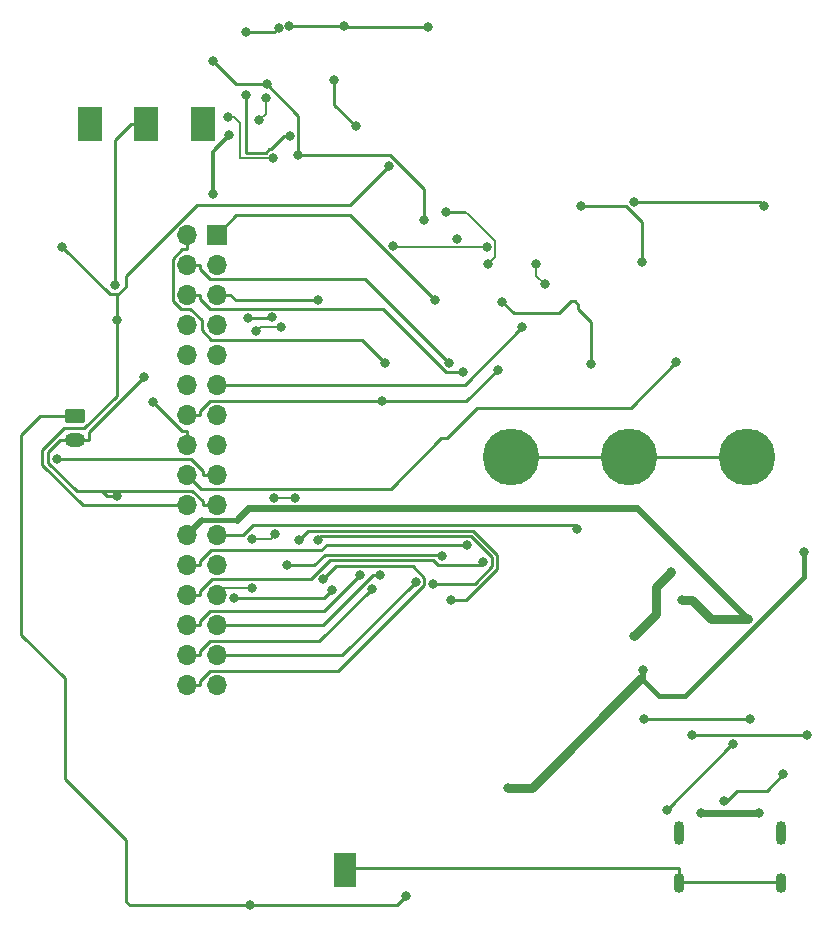
<source format=gbr>
%TF.GenerationSoftware,KiCad,Pcbnew,9.0.0*%
%TF.CreationDate,2025-05-16T05:55:15+02:00*%
%TF.ProjectId,EEE3088F Micromouse Design,45454533-3038-4384-9620-4d6963726f6d,rev?*%
%TF.SameCoordinates,Original*%
%TF.FileFunction,Copper,L2,Bot*%
%TF.FilePolarity,Positive*%
%FSLAX46Y46*%
G04 Gerber Fmt 4.6, Leading zero omitted, Abs format (unit mm)*
G04 Created by KiCad (PCBNEW 9.0.0) date 2025-05-16 05:55:15*
%MOMM*%
%LPD*%
G01*
G04 APERTURE LIST*
G04 Aperture macros list*
%AMRoundRect*
0 Rectangle with rounded corners*
0 $1 Rounding radius*
0 $2 $3 $4 $5 $6 $7 $8 $9 X,Y pos of 4 corners*
0 Add a 4 corners polygon primitive as box body*
4,1,4,$2,$3,$4,$5,$6,$7,$8,$9,$2,$3,0*
0 Add four circle primitives for the rounded corners*
1,1,$1+$1,$2,$3*
1,1,$1+$1,$4,$5*
1,1,$1+$1,$6,$7*
1,1,$1+$1,$8,$9*
0 Add four rect primitives between the rounded corners*
20,1,$1+$1,$2,$3,$4,$5,0*
20,1,$1+$1,$4,$5,$6,$7,0*
20,1,$1+$1,$6,$7,$8,$9,0*
20,1,$1+$1,$8,$9,$2,$3,0*%
G04 Aperture macros list end*
%TA.AperFunction,ComponentPad*%
%ADD10RoundRect,0.250000X-0.625000X0.350000X-0.625000X-0.350000X0.625000X-0.350000X0.625000X0.350000X0*%
%TD*%
%TA.AperFunction,ComponentPad*%
%ADD11O,1.750000X1.200000*%
%TD*%
%TA.AperFunction,ComponentPad*%
%ADD12R,2.000000X3.000000*%
%TD*%
%TA.AperFunction,HeatsinkPad*%
%ADD13R,1.900000X2.900000*%
%TD*%
%TA.AperFunction,ComponentPad*%
%ADD14R,1.700000X1.700000*%
%TD*%
%TA.AperFunction,ComponentPad*%
%ADD15O,1.700000X1.700000*%
%TD*%
%TA.AperFunction,ComponentPad*%
%ADD16O,0.900000X2.000000*%
%TD*%
%TA.AperFunction,ComponentPad*%
%ADD17O,0.900000X1.700000*%
%TD*%
%TA.AperFunction,ViaPad*%
%ADD18C,0.800000*%
%TD*%
%TA.AperFunction,ViaPad*%
%ADD19C,4.800000*%
%TD*%
%TA.AperFunction,Conductor*%
%ADD20C,0.250000*%
%TD*%
%TA.AperFunction,Conductor*%
%ADD21C,0.400000*%
%TD*%
%TA.AperFunction,Conductor*%
%ADD22C,0.600000*%
%TD*%
%TA.AperFunction,Conductor*%
%ADD23C,0.760000*%
%TD*%
%TA.AperFunction,Conductor*%
%ADD24C,0.500000*%
%TD*%
%TA.AperFunction,Conductor*%
%ADD25C,0.140000*%
%TD*%
%TA.AperFunction,Conductor*%
%ADD26C,0.180000*%
%TD*%
%TA.AperFunction,Conductor*%
%ADD27C,0.300000*%
%TD*%
G04 APERTURE END LIST*
D10*
%TO.P,J2,1,Pin_1*%
%TO.N,/V_Battery+*%
X64816000Y-105464000D03*
D11*
%TO.P,J2,2,Pin_2*%
%TO.N,GND*%
X64816000Y-107464000D03*
%TD*%
D12*
%TO.P,SW1,1,A*%
%TO.N,/Vcc*%
X66106000Y-80774000D03*
%TO.P,SW1,2,B*%
%TO.N,Net-(SW1-B)*%
X70906000Y-80774000D03*
%TO.P,SW1,3,C*%
%TO.N,unconnected-(SW1-C-Pad3)*%
X75706000Y-80774000D03*
%TD*%
D13*
%TO.P,U15,9,EPAD*%
%TO.N,GND*%
X87706000Y-143874000D03*
%TD*%
D14*
%TO.P,J1,1,Pin_1*%
%TO.N,/Motor2_B_OUT*%
X76836000Y-90144000D03*
D15*
%TO.P,J1,2,Pin_2*%
%TO.N,/Motor2_A_OUT*%
X74296000Y-90144000D03*
%TO.P,J1,3,Pin_3*%
%TO.N,/Motor4_A_OUT*%
X76836000Y-92684000D03*
%TO.P,J1,4,Pin_4*%
%TO.N,/MOTOR2_CTRL1*%
X74296000Y-92684000D03*
%TO.P,J1,5,Pin_5*%
%TO.N,/Motor4_B_OUT*%
X76836000Y-95224000D03*
%TO.P,J1,6,Pin_6*%
%TO.N,/MOTOR2_CTRL2*%
X74296000Y-95224000D03*
%TO.P,J1,7,Pin_7*%
%TO.N,/CTRL_EXT_LOAD2*%
X76836000Y-97764000D03*
%TO.P,J1,8,Pin_8*%
%TO.N,/MOTOR4_CTRL1*%
X74296000Y-97764000D03*
%TO.P,J1,9,Pin_9*%
%TO.N,unconnected-(J1-Pin_9-Pad9)*%
X76836000Y-100304000D03*
%TO.P,J1,10,Pin_10*%
%TO.N,/MOTOR4_CTRL2*%
X74296000Y-100304000D03*
%TO.P,J1,11,Pin_11*%
%TO.N,/EXT_LOAD2_OUT*%
X76836000Y-102844000D03*
%TO.P,J1,12,Pin_12*%
%TO.N,unconnected-(J1-Pin_12-Pad12)*%
X74296000Y-102844000D03*
%TO.P,J1,13,Pin_13*%
%TO.N,/FAST_CHARGE_CTRL*%
X76836000Y-105384000D03*
%TO.P,J1,14,Pin_14*%
%TO.N,/V_Battery+*%
X74296000Y-105384000D03*
%TO.P,J1,15,Pin_15*%
%TO.N,unconnected-(J1-Pin_15-Pad15)*%
X76836000Y-107924000D03*
%TO.P,J1,16,Pin_16*%
%TO.N,/SCLK_INA219*%
X74296000Y-107924000D03*
%TO.P,J1,17,Pin_17*%
%TO.N,/SDA_INA219*%
X76836000Y-110464000D03*
%TO.P,J1,18,Pin_18*%
%TO.N,/3.3V Out*%
X74296000Y-110464000D03*
%TO.P,J1,19,Pin_19*%
%TO.N,GND*%
X76836000Y-113004000D03*
%TO.P,J1,20,Pin_20*%
%TO.N,/5V Out*%
X74296000Y-113004000D03*
%TO.P,J1,21,Pin_21*%
%TO.N,/EXT_LOAD1_OUT*%
X76836000Y-115544000D03*
%TO.P,J1,22,Pin_22*%
%TO.N,/HV*%
X74296000Y-115544000D03*
%TO.P,J1,23,Pin_23*%
%TO.N,GND*%
X76836000Y-118084000D03*
%TO.P,J1,24,Pin_24*%
%TO.N,/MOTOR3_CTRL1*%
X74296000Y-118084000D03*
%TO.P,J1,25,Pin_25*%
%TO.N,/CTRL_EXT_LOAD1*%
X76836000Y-120624000D03*
%TO.P,J1,26,Pin_26*%
%TO.N,/MOTOR3_CTRL2*%
X74296000Y-120624000D03*
%TO.P,J1,27,Pin_27*%
%TO.N,/MOTOR3_A_OUT*%
X76836000Y-123164000D03*
%TO.P,J1,28,Pin_28*%
%TO.N,/MOTOR1_CTRL1*%
X74296000Y-123164000D03*
%TO.P,J1,29,Pin_29*%
%TO.N,/MOTOR3_B_OUT*%
X76836000Y-125704000D03*
%TO.P,J1,30,Pin_30*%
%TO.N,/MOTOR1_CTRL2*%
X74296000Y-125704000D03*
%TO.P,J1,31,Pin_31*%
%TO.N,/MOTOR1_B_OUT*%
X76836000Y-128244000D03*
%TO.P,J1,32,Pin_32*%
%TO.N,/MOTOR1_A_OUT*%
X74296000Y-128244000D03*
%TD*%
D16*
%TO.P,J3,S1,SHIELD*%
%TO.N,GND*%
X115981000Y-140804000D03*
%TO.P,J3,S2,SHIELD*%
X124631000Y-140804000D03*
D17*
%TO.P,J3,S3,SHIELD*%
X115981000Y-144974000D03*
%TO.P,J3,S4,SHIELD*%
X124631000Y-144974000D03*
%TD*%
D18*
%TO.N,/5V Out*%
X91406000Y-84314400D03*
X68398700Y-97379100D03*
X123197000Y-87660300D03*
X63790800Y-91116500D03*
X112175000Y-87313100D03*
%TO.N,GND*%
X79306000Y-72974000D03*
X82106000Y-72574000D03*
D19*
X121726046Y-108914042D03*
D18*
X101006000Y-95774000D03*
X70724800Y-102136000D03*
X68406000Y-112253000D03*
X83006000Y-72474000D03*
D19*
X101726046Y-108914042D03*
D18*
X87637800Y-72474000D03*
X94710600Y-72499000D03*
X108506000Y-101074000D03*
D19*
X111726046Y-108914042D03*
D18*
X97201000Y-90452300D03*
%TO.N,/HV*%
X117832000Y-139048000D03*
X121806000Y-122674000D03*
X122806000Y-139074000D03*
X116206000Y-121074000D03*
%TO.N,/EXT_LOAD1_OUT*%
X107374000Y-115024000D03*
%TO.N,/EXT_LOAD2_OUT*%
X102729000Y-97967400D03*
%TO.N,/SDA_INA219*%
X63332200Y-109131000D03*
%TO.N,/MOTOR1_CTRL2*%
X89980100Y-120074000D03*
%TO.N,/MOTOR1_A_OUT*%
X85856700Y-119297000D03*
%TO.N,/Motor2_B_OUT*%
X95310000Y-95684600D03*
%TO.N,/MOTOR2_CTRL1*%
X96554100Y-101010000D03*
%TO.N,/MOTOR1_B_OUT*%
X78329300Y-120853000D03*
X86583800Y-120209000D03*
%TO.N,/MOTOR1_CTRL1*%
X88980800Y-118926000D03*
%TO.N,/MOTOR2_CTRL2*%
X97685200Y-101737000D03*
%TO.N,/Motor2_A_OUT*%
X91074600Y-100943000D03*
%TO.N,/MOTOR4_CTRL1*%
X95887100Y-117306000D03*
X82787000Y-118094000D03*
%TO.N,/MOTOR3_CTRL1*%
X98056000Y-116376000D03*
%TO.N,/MOTOR3_CTRL2*%
X99404900Y-117844000D03*
%TO.N,/MOTOR3_B_OUT*%
X93691200Y-119488000D03*
%TO.N,/Motor4_B_OUT*%
X95160400Y-119654000D03*
X85405400Y-95669900D03*
X85405400Y-115928000D03*
%TO.N,/MOTOR3_A_OUT*%
X90666200Y-118925000D03*
%TO.N,/MOTOR4_CTRL2*%
X96678800Y-121013000D03*
X83799200Y-115960000D03*
%TO.N,/CTRL_EXT_LOAD1*%
X80206000Y-98309000D03*
X79806000Y-120005000D03*
X79806000Y-115874000D03*
X99706000Y-91149000D03*
X81706000Y-112380000D03*
X83512000Y-112380000D03*
X91765400Y-91114700D03*
X81806000Y-115474000D03*
X82274100Y-97906000D03*
%TO.N,/CTRL_EXT_LOAD2*%
X79524700Y-97207000D03*
X81494000Y-97125700D03*
X96281000Y-88174000D03*
X99806000Y-92599000D03*
%TO.N,/3.3V Out*%
X115768000Y-100908000D03*
%TO.N,/V_Battery+*%
X79651400Y-146874000D03*
X92906000Y-146074000D03*
X100665000Y-101536000D03*
X90806000Y-104207000D03*
%TO.N,/SCLK_INA219*%
X71476500Y-104296000D03*
%TO.N,Net-(SW1-B)*%
X68227800Y-94375500D03*
%TO.N,Net-(U3-BOOT)*%
X80984600Y-78538200D03*
X80406000Y-80441500D03*
X81606000Y-83589400D03*
X77831000Y-80183700D03*
%TO.N,Net-(U3-SW_4)*%
X81077200Y-77394400D03*
X76506000Y-75374000D03*
X83739500Y-83407500D03*
X94379900Y-88903300D03*
%TO.N,Net-(U3-SS)*%
X77906000Y-81674000D03*
X76506000Y-86674000D03*
%TO.N,Net-(U3-FSW)*%
X79307600Y-78268800D03*
X83014500Y-81764000D03*
%TO.N,/FB*%
X88606800Y-80946500D03*
X86757800Y-77041000D03*
%TO.N,Net-(U9-VDD)*%
X124806000Y-135774000D03*
X119796000Y-138024000D03*
%TO.N,Net-(J3-DP1)*%
X114973000Y-138814000D03*
X120525000Y-133277000D03*
%TO.N,Net-(J3-DN1)*%
X113060000Y-131155000D03*
X121981000Y-131155000D03*
%TO.N,Net-(J3-CC2)*%
X117098000Y-132464000D03*
X126863000Y-132464000D03*
%TO.N,Net-(D3-K)*%
X115306000Y-118674000D03*
X112206000Y-124074000D03*
%TO.N,/Stepped Down 5V*%
X126617000Y-116952000D03*
X112906000Y-126974000D03*
X101506000Y-136974000D03*
%TO.N,Net-(U13-SS2)*%
X103906000Y-92574000D03*
X104606000Y-94274000D03*
%TO.N,Net-(U2-FB)*%
X112865000Y-92462400D03*
X107672000Y-87725600D03*
%TD*%
D20*
%TO.N,/5V Out*%
X122850000Y-87313100D02*
X112175000Y-87313100D01*
X88146400Y-87574000D02*
X91406000Y-84314400D01*
X75202800Y-87574000D02*
X88146400Y-87574000D01*
X69130800Y-93646100D02*
X75202800Y-87574000D01*
X63790800Y-91116500D02*
X67802400Y-95128100D01*
X68520100Y-95128100D02*
X69130800Y-94517400D01*
X67802400Y-95128100D02*
X68398700Y-95128100D01*
X68398700Y-95128100D02*
X68520100Y-95128100D01*
X65624600Y-106516000D02*
X63918600Y-106516000D01*
X123197000Y-87660300D02*
X122850000Y-87313100D01*
X68398700Y-97379100D02*
X68398700Y-103742000D01*
X62100400Y-109614000D02*
X65490900Y-113004000D01*
X62100400Y-108334000D02*
X62100400Y-109614000D01*
X68398700Y-103742000D02*
X65624600Y-106516000D01*
X69130800Y-94517400D02*
X69130800Y-93646100D01*
X63918600Y-106516000D02*
X62100400Y-108334000D01*
X68398700Y-97379100D02*
X68398700Y-95128100D01*
X65490900Y-113004000D02*
X74296000Y-113004000D01*
%TO.N,GND*%
X116026000Y-144929000D02*
X115981000Y-144974000D01*
X64987400Y-111827000D02*
X62566400Y-109406000D01*
X63614300Y-107464000D02*
X64816000Y-107464000D01*
X107459000Y-96407500D02*
X107459000Y-96033900D01*
X67144700Y-111827000D02*
X64987400Y-111827000D01*
X76836000Y-113004000D02*
X75659300Y-113004000D01*
X115980000Y-144929000D02*
X115980000Y-143752000D01*
X118142000Y-144929000D02*
X116026000Y-144929000D01*
X88540200Y-143752000D02*
X88518500Y-143774000D01*
X75659300Y-113004000D02*
X75659300Y-112690000D01*
X105817000Y-96774000D02*
X102006000Y-96774000D01*
X62566400Y-109406000D02*
X62566400Y-108512000D01*
X124630000Y-144929000D02*
X124586000Y-144929000D01*
X87637800Y-72474000D02*
X87662800Y-72499000D01*
X66017700Y-106843000D02*
X70724800Y-102136000D01*
X107449000Y-96417200D02*
X107459000Y-96407500D01*
X107459000Y-96033900D02*
X107195000Y-95769700D01*
X106821000Y-95769700D02*
X105817000Y-96774000D01*
X62566400Y-108512000D02*
X63614300Y-107464000D01*
X120305000Y-144929000D02*
X118142000Y-144929000D01*
X115980000Y-143752000D02*
X88540200Y-143752000D01*
X67144700Y-111827000D02*
X67570400Y-112253000D01*
X83006000Y-72474000D02*
X87637800Y-72474000D01*
X81706000Y-72974000D02*
X82106000Y-72574000D01*
X87806000Y-143774000D02*
X87118500Y-143774000D01*
X108506000Y-101074000D02*
X108506000Y-97474000D01*
X79306000Y-72974000D02*
X81706000Y-72974000D01*
X116026000Y-144929000D02*
X115980000Y-144929000D01*
X124586000Y-144929000D02*
X124631000Y-144974000D01*
X97201000Y-90569000D02*
X97201000Y-90452300D01*
X66017700Y-107464000D02*
X66017700Y-106843000D01*
X88518500Y-143774000D02*
X87806000Y-143774000D01*
X107195000Y-95769700D02*
X106821000Y-95769700D01*
X120305000Y-144929000D02*
X118142000Y-144929000D01*
X87806000Y-143774000D02*
X87706000Y-143874000D01*
X111726000Y-108914000D02*
X121726000Y-108914000D01*
X116026000Y-144929000D02*
X115980000Y-144929000D01*
X101726000Y-108914000D02*
X111726000Y-108914000D01*
X102006000Y-96774000D02*
X101006000Y-95774000D01*
X75659300Y-112690000D02*
X74797100Y-111827000D01*
X64816000Y-107464000D02*
X66017700Y-107464000D01*
X124586000Y-144929000D02*
X120305000Y-144929000D01*
X118142000Y-144929000D02*
X116026000Y-144929000D01*
X87662800Y-72499000D02*
X94710600Y-72499000D01*
X108506000Y-97474000D02*
X107449000Y-96417200D01*
X74797100Y-111827000D02*
X67144700Y-111827000D01*
X67570400Y-112253000D02*
X68406000Y-112253000D01*
D21*
%TO.N,/HV*%
X78541100Y-114272000D02*
X75568000Y-114272000D01*
D22*
X81325900Y-113274000D02*
X79539100Y-113274000D01*
X79539100Y-113274000D02*
X78541100Y-114272000D01*
X83131800Y-113274000D02*
X82086200Y-113274000D01*
X121806000Y-122674000D02*
X112406000Y-113274000D01*
X82079300Y-113281000D02*
X81332800Y-113281000D01*
X82086200Y-113274000D02*
X82079300Y-113281000D01*
D23*
X118706000Y-122674000D02*
X121806000Y-122674000D01*
D22*
X117832000Y-139048000D02*
X122780000Y-139048000D01*
X112406000Y-113274000D02*
X83892200Y-113274000D01*
D23*
X116206000Y-121074000D02*
X117106000Y-121074000D01*
X117106000Y-121074000D02*
X118706000Y-122674000D01*
D22*
X83138800Y-113281000D02*
X83131800Y-113274000D01*
X83892200Y-113274000D02*
X83885200Y-113281000D01*
X122780000Y-139048000D02*
X122806000Y-139074000D01*
D24*
X75568000Y-114272000D02*
X74296000Y-115544000D01*
D22*
X83885200Y-113281000D02*
X83138800Y-113281000D01*
X81332800Y-113281000D02*
X81325900Y-113274000D01*
D20*
%TO.N,/EXT_LOAD1_OUT*%
X107074000Y-114724000D02*
X107374000Y-115024000D01*
X76836000Y-115544000D02*
X79109300Y-115544000D01*
X79109300Y-115544000D02*
X79929300Y-114724000D01*
X79929300Y-114724000D02*
X107074000Y-114724000D01*
%TO.N,/EXT_LOAD2_OUT*%
X97852100Y-102844000D02*
X76836000Y-102844000D01*
X102729000Y-97967400D02*
X97852100Y-102844000D01*
%TO.N,/SDA_INA219*%
X74694300Y-109131000D02*
X63332200Y-109131000D01*
X75659300Y-110464000D02*
X75659300Y-110096000D01*
X75659300Y-110096000D02*
X74694300Y-109131000D01*
X76836000Y-110464000D02*
X75659300Y-110464000D01*
%TO.N,/MOTOR1_CTRL2*%
X75472700Y-125336000D02*
X76281600Y-124527000D01*
X76281600Y-124527000D02*
X85526400Y-124527000D01*
X74296000Y-125704000D02*
X75472700Y-125704000D01*
X85526400Y-124527000D02*
X89980100Y-120074000D01*
X75472700Y-125704000D02*
X75472700Y-125336000D01*
%TO.N,/MOTOR1_A_OUT*%
X87148200Y-127067000D02*
X76281600Y-127067000D01*
X75472700Y-127876000D02*
X75472700Y-128244000D01*
X86970500Y-118183000D02*
X93439200Y-118183000D01*
X75472700Y-128244000D02*
X74296000Y-128244000D01*
X85856700Y-119297000D02*
X86970500Y-118183000D01*
X94433700Y-119178000D02*
X94433700Y-119782000D01*
X76281600Y-127067000D02*
X75472700Y-127876000D01*
X94433700Y-119782000D02*
X87148200Y-127067000D01*
X93439200Y-118183000D02*
X94433700Y-119178000D01*
%TO.N,/Motor2_B_OUT*%
X88099400Y-88474000D02*
X95310000Y-95684600D01*
X76836000Y-90144000D02*
X78506000Y-88474000D01*
X78506000Y-88474000D02*
X88099400Y-88474000D01*
%TO.N,/MOTOR2_CTRL1*%
X89406100Y-93862200D02*
X96554100Y-101010000D01*
X74296000Y-92684000D02*
X75472700Y-92684000D01*
X75472700Y-93051800D02*
X76283100Y-93862200D01*
X76283100Y-93862200D02*
X89406100Y-93862200D01*
X75472700Y-92684000D02*
X75472700Y-93051800D01*
%TO.N,/MOTOR1_B_OUT*%
X85939600Y-120853000D02*
X86583800Y-120209000D01*
X78329300Y-120853000D02*
X85939600Y-120853000D01*
%TO.N,/MOTOR1_CTRL1*%
X75472700Y-122796000D02*
X76281600Y-121987000D01*
X76281600Y-121987000D02*
X85919400Y-121987000D01*
X74296000Y-123164000D02*
X75472700Y-123164000D01*
X85919400Y-121987000D02*
X88980800Y-118926000D01*
X75472700Y-123164000D02*
X75472700Y-122796000D01*
%TO.N,/MOTOR2_CTRL2*%
X90917100Y-96400800D02*
X96253200Y-101737000D01*
X76281600Y-96400700D02*
X90917100Y-96400700D01*
X90917100Y-96400700D02*
X90917100Y-96400800D01*
X96253200Y-101737000D02*
X97685200Y-101737000D01*
X75472700Y-95224000D02*
X75472700Y-95591800D01*
X75472700Y-95591800D02*
X76281600Y-96400700D01*
X74296000Y-95224000D02*
X75472700Y-95224000D01*
%TO.N,/Motor2_A_OUT*%
X73110000Y-95721600D02*
X73789100Y-96400700D01*
X73789100Y-96400700D02*
X74611600Y-96400700D01*
X74296000Y-90144000D02*
X74296000Y-91320700D01*
X73110000Y-92139000D02*
X73110000Y-95721600D01*
X74611600Y-96400700D02*
X75566000Y-97355100D01*
X74296000Y-91320700D02*
X73928300Y-91320700D01*
X73928300Y-91320700D02*
X73110000Y-92139000D01*
X89165300Y-99034000D02*
X91074600Y-100943000D01*
X75566000Y-98194800D02*
X76405200Y-99034000D01*
X75566000Y-97355100D02*
X75566000Y-98194800D01*
X76405200Y-99034000D02*
X89165300Y-99034000D01*
%TO.N,/MOTOR4_CTRL1*%
X95777800Y-117197000D02*
X95887100Y-117306000D01*
X85086300Y-118094000D02*
X85983200Y-117197000D01*
X82787000Y-118094000D02*
X85086300Y-118094000D01*
X85983200Y-117197000D02*
X95777800Y-117197000D01*
%TO.N,/MOTOR3_CTRL1*%
X86164700Y-116376000D02*
X98056000Y-116376000D01*
X74296000Y-118084000D02*
X75472700Y-118084000D01*
X75472700Y-118084000D02*
X75472700Y-117716000D01*
X76354300Y-116835000D02*
X85706400Y-116835000D01*
X75472700Y-117716000D02*
X76354300Y-116835000D01*
X85706400Y-116835000D02*
X86164700Y-116376000D01*
%TO.N,/MOTOR3_CTRL2*%
X99203200Y-118046000D02*
X99404900Y-117844000D01*
X84846300Y-119280000D02*
X86463200Y-117663000D01*
X75472700Y-120624000D02*
X75472700Y-120256000D01*
X75472700Y-120256000D02*
X76449200Y-119280000D01*
X74296000Y-120624000D02*
X75472700Y-120624000D01*
X76449200Y-119280000D02*
X84846300Y-119280000D01*
X86463200Y-117663000D02*
X95172000Y-117663000D01*
X95172000Y-117663000D02*
X95555200Y-118046000D01*
X95555200Y-118046000D02*
X99203200Y-118046000D01*
%TO.N,/MOTOR3_B_OUT*%
X87474900Y-125704000D02*
X93691200Y-119488000D01*
X76836000Y-125704000D02*
X87474900Y-125704000D01*
%TO.N,/Motor4_B_OUT*%
X85705900Y-115627000D02*
X85405400Y-115928000D01*
X95160400Y-119654000D02*
X98678300Y-119654000D01*
X100132000Y-117390000D02*
X98369200Y-115627000D01*
X78458600Y-95669900D02*
X85405400Y-95669900D01*
X78012700Y-95224000D02*
X78458600Y-95669900D01*
X76836000Y-95224000D02*
X78012700Y-95224000D01*
X100132000Y-118201000D02*
X100132000Y-117390000D01*
X98369200Y-115627000D02*
X85705900Y-115627000D01*
X98678300Y-119654000D02*
X100132000Y-118201000D01*
%TO.N,/MOTOR3_A_OUT*%
X85862100Y-123164000D02*
X90101500Y-118925000D01*
X76836000Y-123164000D02*
X85862100Y-123164000D01*
X90101500Y-118925000D02*
X90666200Y-118925000D01*
%TO.N,/MOTOR4_CTRL2*%
X98556300Y-115175000D02*
X84583900Y-115175000D01*
X84583900Y-115175000D02*
X83799200Y-115960000D01*
X100583000Y-117202000D02*
X98556300Y-115175000D01*
X100583000Y-118388000D02*
X100583000Y-117202000D01*
X96678800Y-121013000D02*
X97958000Y-121013000D01*
X97958000Y-121013000D02*
X100583000Y-118388000D01*
D25*
%TO.N,/CTRL_EXT_LOAD1*%
X77455000Y-120005000D02*
X76836000Y-120624000D01*
X79806000Y-120005000D02*
X77455000Y-120005000D01*
X83512000Y-112380000D02*
X81706000Y-112380000D01*
X80609100Y-97906000D02*
X80206000Y-98309000D01*
X99706000Y-91149000D02*
X91799700Y-91149000D01*
X91799700Y-91149000D02*
X91765400Y-91114700D01*
X81806000Y-115474000D02*
X81406000Y-115874000D01*
X82274100Y-97906000D02*
X80609100Y-97906000D01*
X81406000Y-115874000D02*
X79806000Y-115874000D01*
%TO.N,/CTRL_EXT_LOAD2*%
X100377000Y-90620000D02*
X100377000Y-92028000D01*
D20*
X81412700Y-97207000D02*
X81494000Y-97125700D01*
D25*
X97906000Y-88174000D02*
X98181100Y-88449000D01*
D20*
X79524700Y-97207000D02*
X81412700Y-97207000D01*
D25*
X98206000Y-88449000D02*
X100377000Y-90620000D01*
D20*
X97906000Y-88174000D02*
X96281000Y-88174000D01*
D25*
X100377000Y-92028000D02*
X99806000Y-92599000D01*
X98181100Y-88449000D02*
X98206000Y-88449000D01*
D20*
%TO.N,/3.3V Out*%
X75486600Y-111655000D02*
X91573600Y-111655000D01*
X74296000Y-110464000D02*
X75486600Y-111655000D01*
X96308000Y-107350000D02*
X98881000Y-104777000D01*
X111899000Y-104777000D02*
X115768000Y-100908000D01*
X98881000Y-104777000D02*
X111899000Y-104777000D01*
X91573600Y-111655000D02*
X95878600Y-107350000D01*
X95878600Y-107350000D02*
X96308000Y-107350000D01*
%TO.N,/V_Battery+*%
X64006000Y-136174000D02*
X64006000Y-127674000D01*
X90790400Y-104207000D02*
X76281600Y-104207000D01*
X79651400Y-146874000D02*
X79528300Y-146874000D01*
X76281600Y-104207000D02*
X75472700Y-105016000D01*
X69506000Y-146874000D02*
X69206000Y-146574000D01*
X79506000Y-146874000D02*
X78706000Y-146874000D01*
X69206000Y-141374000D02*
X64006000Y-136174000D01*
X79528300Y-146874000D02*
X79506000Y-146874000D01*
X97993200Y-104207000D02*
X90806000Y-104207000D01*
X92106100Y-146874000D02*
X80306000Y-146874000D01*
X80306000Y-146874000D02*
X79651400Y-146874000D01*
X79528300Y-146874000D02*
X79506000Y-146874000D01*
X75472700Y-105384000D02*
X74296000Y-105384000D01*
X75472700Y-105016000D02*
X75472700Y-105384000D01*
X64006000Y-127674000D02*
X60306000Y-123974000D01*
X79506000Y-146874000D02*
X78706000Y-146874000D01*
X61916100Y-105464000D02*
X64816000Y-105464000D01*
X80306000Y-146874000D02*
X79651400Y-146874000D01*
X78706000Y-146874000D02*
X69506000Y-146874000D01*
X90790400Y-104207000D02*
X90806000Y-104207000D01*
X60306000Y-107074000D02*
X61916100Y-105464000D01*
X60306000Y-123974000D02*
X60306000Y-107074000D01*
X92906000Y-146074000D02*
X92106100Y-146874000D01*
X100665000Y-101536000D02*
X97993200Y-104207000D01*
X90806000Y-104207000D02*
X90790400Y-104207000D01*
X79651400Y-146874000D02*
X79528300Y-146874000D01*
X69206000Y-146574000D02*
X69206000Y-141374000D01*
%TO.N,/SCLK_INA219*%
X74296000Y-107924000D02*
X74296000Y-106747000D01*
X74296000Y-106747000D02*
X73928300Y-106747000D01*
X73928300Y-106747000D02*
X71476500Y-104296000D01*
%TO.N,Net-(SW1-B)*%
X69579300Y-80774000D02*
X68227800Y-82125500D01*
X68227800Y-82125500D02*
X68227800Y-94375500D01*
X70906000Y-80774000D02*
X69579300Y-80774000D01*
D26*
%TO.N,Net-(U3-BOOT)*%
X80984600Y-78538200D02*
X80984600Y-79862900D01*
X80984600Y-79862900D02*
X80406000Y-80441500D01*
X78841600Y-83589400D02*
X81606000Y-83589400D01*
X78324800Y-80183700D02*
X78841600Y-80700500D01*
X77831000Y-80183700D02*
X78324800Y-80183700D01*
X78841600Y-80700500D02*
X78841600Y-83589400D01*
D20*
%TO.N,Net-(U3-SW_4)*%
X91531000Y-83407500D02*
X83739500Y-83407500D01*
X81077200Y-77394400D02*
X83739500Y-80056700D01*
X83739500Y-80056700D02*
X83739500Y-83407500D01*
X94379900Y-88903300D02*
X94379900Y-86256400D01*
X94379900Y-86256400D02*
X91531000Y-83407500D01*
X78526400Y-77394400D02*
X81077200Y-77394400D01*
X76506000Y-75374000D02*
X78526400Y-77394400D01*
D27*
%TO.N,Net-(U3-SS)*%
X77906000Y-81674000D02*
X76506000Y-83074000D01*
X76506000Y-83074000D02*
X76506000Y-86674000D01*
D20*
%TO.N,Net-(U3-FSW)*%
X81424000Y-82863400D02*
X81305300Y-82863400D01*
X83014500Y-81764000D02*
X82523400Y-81764000D01*
X80995300Y-83173400D02*
X79307600Y-83173400D01*
X82523400Y-81764000D02*
X81424000Y-82863400D01*
X81305300Y-82863400D02*
X80995300Y-83173400D01*
X79307600Y-83173400D02*
X79307600Y-78268800D01*
%TO.N,/FB*%
X86757800Y-79097500D02*
X88606800Y-80946500D01*
X86757800Y-77041000D02*
X86757800Y-79097500D01*
%TO.N,Net-(U9-VDD)*%
X120906000Y-137176000D02*
X120058000Y-138024000D01*
X124806000Y-135774000D02*
X123404000Y-137176000D01*
X123404000Y-137176000D02*
X120906000Y-137176000D01*
X120058000Y-138024000D02*
X119796000Y-138024000D01*
%TO.N,Net-(J3-DP1)*%
X120525000Y-133277000D02*
X120509000Y-133277000D01*
X120509000Y-133277000D02*
X114973000Y-138814000D01*
%TO.N,Net-(J3-DN1)*%
X121981000Y-131155000D02*
X113060000Y-131155000D01*
%TO.N,Net-(J3-CC2)*%
X117098000Y-132464000D02*
X126863000Y-132464000D01*
D23*
%TO.N,Net-(D3-K)*%
X112206000Y-124074000D02*
X114050000Y-122230000D01*
X114050000Y-119930000D02*
X115306000Y-118674000D01*
X114050000Y-122230000D02*
X114050000Y-119930000D01*
%TO.N,/Stepped Down 5V*%
X112806000Y-127674000D02*
X103506000Y-136974000D01*
D21*
X126617000Y-119063000D02*
X126617000Y-116952000D01*
X116506000Y-129174000D02*
X126617000Y-119063000D01*
X112906000Y-127574000D02*
X112906000Y-126974000D01*
X112806000Y-127674000D02*
X112906000Y-127574000D01*
X112806000Y-127674000D02*
X114306000Y-129174000D01*
X114306000Y-129174000D02*
X116506000Y-129174000D01*
D23*
X103506000Y-136974000D02*
X101506000Y-136974000D01*
D25*
%TO.N,Net-(U13-SS2)*%
X103906000Y-92574000D02*
X103906000Y-93574000D01*
X103906000Y-93574000D02*
X104606000Y-94274000D01*
D20*
%TO.N,Net-(U2-FB)*%
X111542000Y-87725600D02*
X112865000Y-89048200D01*
X112865000Y-89048200D02*
X112865000Y-92462400D01*
X107672000Y-87725600D02*
X111542000Y-87725600D01*
%TD*%
M02*

</source>
